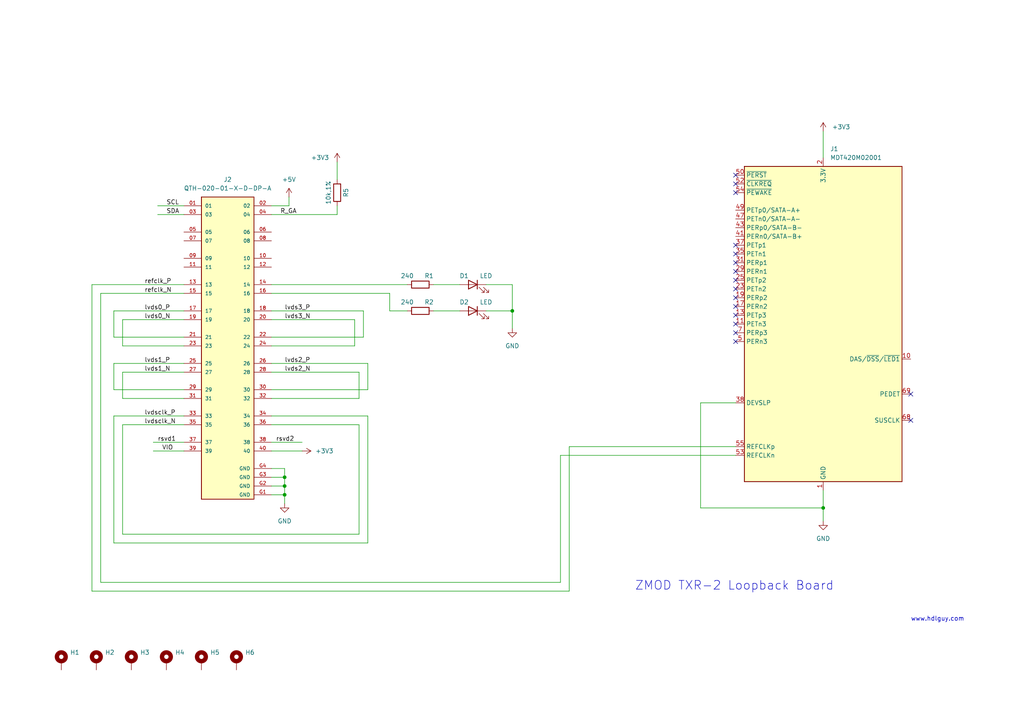
<source format=kicad_sch>
(kicad_sch (version 20211123) (generator eeschema)
  (paper "A4")
  (lib_symbols
    (symbol "Device:LED" (pin_numbers hide) (pin_names (offset 1.016) hide)
      (property "Reference" "D" (at 0 2.54 0))
      (property "Value" "LED" (at 0 -2.54 0))
      (symbol "LED_0_1"
        (polyline (pts (xy -1.27 -1.27) (xy -1.27 1.27)) (stroke (width 0.254)))
        (polyline (pts (xy -1.27 0) (xy 1.27 0)))
        (polyline (pts (xy 1.27 -1.27) (xy 1.27 1.27) (xy -1.27 0) (xy 1.27 -1.27)) (stroke (width 0.254)))
        (polyline (pts (xy -3.048 -0.762) (xy -4.572 -2.286) (xy -3.81 -2.286) (xy -4.572 -2.286) (xy -4.572 -1.524)))
        (polyline (pts (xy -1.778 -0.762) (xy -3.302 -2.286) (xy -2.54 -2.286) (xy -3.302 -2.286) (xy -3.302 -1.524)))
      )
      (symbol "LED_1_1"
        (pin passive line (at -3.81 0 0) (length 2.54) (name "K") (number "1"))
        (pin passive line (at 3.81 0 180) (length 2.54) (name "A") (number "2"))
      )
    )
    (symbol "Device:R" (pin_numbers hide) (pin_names (offset 0))
      (property "Reference" "R" (at 2.032 0 90))
      (property "Value" "R" (at 0 0 90))
      (symbol "R_0_1"
        (rectangle (start -1.016 -2.54) (end 1.016 2.54) (stroke (width 0.254)))
      )
      (symbol "R_1_1"
        (pin passive line (at 0 3.81 270) (length 1.27) (name "~") (number "1"))
        (pin passive line (at 0 -3.81 90) (length 1.27) (name "~") (number "2"))
      )
    )
    (symbol "Mechanical:MountingHole_Pad" (pin_numbers hide) (pin_names (offset 1.016) hide)
      (property "Reference" "H" (at 0 6.35 0))
      (property "Value" "MountingHole_Pad" (at 0 4.445 0))
      (symbol "MountingHole_Pad_0_1"
        (circle (center 0 1.27) (radius 1.27) (stroke (width 1.27)))
      )
      (symbol "MountingHole_Pad_1_1"
        (pin input line (at 0 -2.54 90) (length 2.54) (name "1") (number "1"))
      )
    )
    (symbol "QTH-020-01-X-D-DP-A:QTH-020-01-X-D-DP-A" (pin_names (offset 1.016))
      (property "Reference" "J2" (at 0 45.72 0))
      (property "Value" "QTH-020-01-X-D-DP-A" (at 0 43.18 0))
      (symbol "QTH-020-01-X-D-DP-A_0_0"
        (rectangle (start -7.62 40.64) (end 7.62 -46.99) (stroke (width 0.254)) (fill (type background)))
        (pin passive line (at -12.7 38.1 0) (length 5.08) (name "01") (number "01"))
        (pin passive line (at 12.7 38.1 180) (length 5.08) (name "02") (number "02"))
        (pin passive line (at -12.7 35.56 0) (length 5.08) (name "03") (number "03"))
        (pin passive line (at 12.7 35.56 180) (length 5.08) (name "04") (number "04"))
        (pin passive line (at -12.7 30.48 0) (length 5.08) (name "05") (number "05"))
        (pin passive line (at 12.7 30.48 180) (length 5.08) (name "06") (number "06"))
        (pin passive line (at -12.7 27.94 0) (length 5.08) (name "07") (number "07"))
        (pin passive line (at 12.7 27.94 180) (length 5.08) (name "08") (number "08"))
        (pin passive line (at -12.7 22.86 0) (length 5.08) (name "09") (number "09"))
        (pin passive line (at 12.7 22.86 180) (length 5.08) (name "10") (number "10"))
        (pin passive line (at -12.7 20.32 0) (length 5.08) (name "11") (number "11"))
        (pin passive line (at 12.7 20.32 180) (length 5.08) (name "12") (number "12"))
        (pin passive line (at -12.7 15.24 0) (length 5.08) (name "13") (number "13"))
        (pin passive line (at 12.7 15.24 180) (length 5.08) (name "14") (number "14"))
        (pin passive line (at -12.7 12.7 0) (length 5.08) (name "15") (number "15"))
        (pin passive line (at 12.7 12.7 180) (length 5.08) (name "16") (number "16"))
        (pin passive line (at -12.7 7.62 0) (length 5.08) (name "17") (number "17"))
        (pin passive line (at 12.7 7.62 180) (length 5.08) (name "18") (number "18"))
        (pin passive line (at -12.7 5.08 0) (length 5.08) (name "19") (number "19"))
        (pin passive line (at 12.7 5.08 180) (length 5.08) (name "20") (number "20"))
        (pin passive line (at -12.7 0 0) (length 5.08) (name "21") (number "21"))
        (pin passive line (at 12.7 0 180) (length 5.08) (name "22") (number "22"))
        (pin passive line (at -12.7 -2.54 0) (length 5.08) (name "23") (number "23"))
        (pin passive line (at 12.7 -2.54 180) (length 5.08) (name "24") (number "24"))
        (pin passive line (at -12.7 -7.62 0) (length 5.08) (name "25") (number "25"))
        (pin passive line (at 12.7 -7.62 180) (length 5.08) (name "26") (number "26"))
        (pin passive line (at -12.7 -10.16 0) (length 5.08) (name "27") (number "27"))
        (pin passive line (at 12.7 -10.16 180) (length 5.08) (name "28") (number "28"))
        (pin passive line (at -12.7 -15.24 0) (length 5.08) (name "29") (number "29"))
        (pin passive line (at 12.7 -15.24 180) (length 5.08) (name "30") (number "30"))
        (pin passive line (at -12.7 -17.78 0) (length 5.08) (name "31") (number "31"))
        (pin passive line (at 12.7 -17.78 180) (length 5.08) (name "32") (number "32"))
        (pin passive line (at -12.7 -22.86 0) (length 5.08) (name "33") (number "33"))
        (pin passive line (at 12.7 -22.86 180) (length 5.08) (name "34") (number "34"))
        (pin passive line (at -12.7 -25.4 0) (length 5.08) (name "35") (number "35"))
        (pin passive line (at 12.7 -25.4 180) (length 5.08) (name "36") (number "36"))
        (pin passive line (at -12.7 -30.48 0) (length 5.08) (name "37") (number "37"))
        (pin passive line (at 12.7 -30.48 180) (length 5.08) (name "38") (number "38"))
        (pin passive line (at -12.7 -33.02 0) (length 5.08) (name "39") (number "39"))
        (pin passive line (at 12.7 -33.02 180) (length 5.08) (name "40") (number "40"))
        (pin power_in line (at 12.7 -45.72 180) (length 5.08) (name "GND") (number "G1"))
        (pin power_in line (at 12.7 -43.18 180) (length 5.08) (name "GND") (number "G2"))
        (pin power_in line (at 12.7 -40.64 180) (length 5.08) (name "GND") (number "G3"))
        (pin power_in line (at 12.7 -38.1 180) (length 5.08) (name "GND") (number "G4"))
      )
    )
    (symbol "pedrolib:MDT420M02001"
      (property "Reference" "J" (at -22.86 46.99 0))
      (property "Value" "MDT420M02001" (at 16.51 46.99 0))
      (symbol "MDT420M02001_0_1"
        (rectangle (start -22.86 45.72) (end 22.86 -45.72) (stroke (width 0.254)) (fill (type background)))
      )
      (symbol "MDT420M02001_1_1"
        (pin power_in line (at 0 -48.26 90) (length 2.54) (name "GND") (number "1"))
        (pin bidirectional line (at 25.4 -10.16 180) (length 2.54) (name "DAS/~{DSS}/~{LED1}") (number "10"))
        (pin output line (at -25.4 0 0) (length 2.54) (name "PETn3") (number "11"))
        (pin passive line (at 0 48.26 270) (length 2.54) hide (name "3.3V") (number "12"))
        (pin output line (at -25.4 2.54 0) (length 2.54) (name "PETp3") (number "13"))
        (pin passive line (at 0 48.26 270) (length 2.54) hide (name "3.3V") (number "14"))
        (pin passive line (at 0 -48.26 90) (length 2.54) hide (name "GND") (number "15"))
        (pin passive line (at 0 48.26 270) (length 2.54) hide (name "3.3V") (number "16"))
        (pin input line (at -25.4 5.08 0) (length 2.54) (name "PERn2") (number "17"))
        (pin passive line (at 0 48.26 270) (length 2.54) hide (name "3.3V") (number "18"))
        (pin input line (at -25.4 7.62 0) (length 2.54) (name "PERp2") (number "19"))
        (pin power_in line (at 0 48.26 270) (length 2.54) (name "3.3V") (number "2"))
        (pin no_connect line (at 22.86 2.54 180) (length 2.54) hide (name "NC") (number "20"))
        (pin passive line (at 0 -48.26 90) (length 2.54) hide (name "GND") (number "21"))
        (pin no_connect line (at 22.86 5.08 180) (length 2.54) hide (name "NC") (number "22"))
        (pin output line (at -25.4 10.16 0) (length 2.54) (name "PETn2") (number "23"))
        (pin no_connect line (at 22.86 7.62 180) (length 2.54) hide (name "NC") (number "24"))
        (pin output line (at -25.4 12.7 0) (length 2.54) (name "PETp2") (number "25"))
        (pin no_connect line (at 22.86 10.16 180) (length 2.54) hide (name "NC") (number "26"))
        (pin passive line (at 0 -48.26 90) (length 2.54) hide (name "GND") (number "27"))
        (pin no_connect line (at 22.86 12.7 180) (length 2.54) hide (name "NC") (number "28"))
        (pin input line (at -25.4 15.24 0) (length 2.54) (name "PERn1") (number "29"))
        (pin passive line (at 0 -48.26 90) (length 2.54) hide (name "GND") (number "3"))
        (pin no_connect line (at 22.86 15.24 180) (length 2.54) hide (name "NC") (number "30"))
        (pin input line (at -25.4 17.78 0) (length 2.54) (name "PERp1") (number "31"))
        (pin no_connect line (at 22.86 17.78 180) (length 2.54) hide (name "NC") (number "32"))
        (pin passive line (at 0 -48.26 90) (length 2.54) hide (name "GND") (number "33"))
        (pin no_connect line (at 22.86 20.32 180) (length 2.54) hide (name "NC") (number "34"))
        (pin output line (at -25.4 20.32 0) (length 2.54) (name "PETn1") (number "35"))
        (pin no_connect line (at 22.86 22.86 180) (length 2.54) hide (name "NC") (number "36"))
        (pin output line (at -25.4 22.86 0) (length 2.54) (name "PETp1") (number "37"))
        (pin output line (at -25.4 -22.86 0) (length 2.54) (name "DEVSLP") (number "38"))
        (pin passive line (at 0 -48.26 90) (length 2.54) hide (name "GND") (number "39"))
        (pin passive line (at 0 48.26 270) (length 2.54) hide (name "3.3V") (number "4"))
        (pin no_connect line (at 22.86 25.4 180) (length 2.54) hide (name "NC") (number "40"))
        (pin input line (at -25.4 25.4 0) (length 2.54) (name "PERn0/SATA-B+") (number "41"))
        (pin no_connect line (at 22.86 27.94 180) (length 2.54) hide (name "NC") (number "42"))
        (pin input line (at -25.4 27.94 0) (length 2.54) (name "PERp0/SATA-B-") (number "43"))
        (pin no_connect line (at 22.86 30.48 180) (length 2.54) hide (name "NC") (number "44"))
        (pin passive line (at 0 -48.26 90) (length 2.54) hide (name "GND") (number "45"))
        (pin no_connect line (at 22.86 33.02 180) (length 2.54) hide (name "NC") (number "46"))
        (pin output line (at -25.4 30.48 0) (length 2.54) (name "PETn0/SATA-A-") (number "47"))
        (pin no_connect line (at 22.86 35.56 180) (length 2.54) hide (name "NC") (number "48"))
        (pin output line (at -25.4 33.02 0) (length 2.54) (name "PETp0/SATA-A+") (number "49"))
        (pin input line (at -25.4 -5.08 0) (length 2.54) (name "PERn3") (number "5"))
        (pin output line (at -25.4 43.18 0) (length 2.54) (name "~{PERST}") (number "50"))
        (pin passive line (at 0 -48.26 90) (length 2.54) hide (name "GND") (number "51"))
        (pin bidirectional line (at -25.4 40.64 0) (length 2.54) (name "~{CLKREQ}") (number "52"))
        (pin output line (at -25.4 -38.1 0) (length 2.54) (name "REFCLKn") (number "53"))
        (pin bidirectional line (at -25.4 38.1 0) (length 2.54) (name "~{PEWAKE}") (number "54"))
        (pin output line (at -25.4 -35.56 0) (length 2.54) (name "REFCLKp") (number "55"))
        (pin no_connect line (at 22.86 38.1 180) (length 2.54) hide (name "NC") (number "56"))
        (pin passive line (at 0 -48.26 90) (length 2.54) hide (name "GND") (number "57"))
        (pin no_connect line (at 22.86 40.64 180) (length 2.54) hide (name "NC") (number "58"))
        (pin no_connect line (at 22.86 -2.54 180) (length 2.54) hide (name "NC") (number "6"))
        (pin no_connect line (at 22.86 -5.08 180) (length 2.54) hide (name "NC") (number "67"))
        (pin output line (at 25.4 -27.94 180) (length 2.54) (name "SUSCLK") (number "68"))
        (pin passive line (at 25.4 -20.32 180) (length 2.54) (name "PEDET") (number "69"))
        (pin input line (at -25.4 -2.54 0) (length 2.54) (name "PERp3") (number "7"))
        (pin passive line (at 0 48.26 270) (length 2.54) hide (name "3.3V") (number "70"))
        (pin passive line (at 0 -48.26 90) (length 2.54) hide (name "GND") (number "71"))
        (pin passive line (at 0 48.26 270) (length 2.54) hide (name "3.3V") (number "72"))
        (pin passive line (at 0 -48.26 90) (length 2.54) hide (name "GND") (number "73"))
        (pin passive line (at 0 48.26 270) (length 2.54) hide (name "3.3V") (number "74"))
        (pin passive line (at 0 -48.26 90) (length 2.54) hide (name "GND") (number "75"))
        (pin no_connect line (at 22.86 0 180) (length 2.54) hide (name "NC") (number "8"))
        (pin passive line (at 0 -48.26 90) (length 2.54) hide (name "GND") (number "9"))
      )
    )
    (symbol "power:+3V3" (power) (pin_names (offset 0))
      (property "Value" "+3V3" (at 0 3.556 0))
      (symbol "+3V3_0_1"
        (polyline (pts (xy -0.762 1.27) (xy 0 2.54)))
        (polyline (pts (xy 0 0) (xy 0 2.54)))
        (polyline (pts (xy 0 2.54) (xy 0.762 1.27)))
      )
      (symbol "+3V3_1_1"
        (pin power_in line (at 0 0 90) (length 0) hide (name "+3V3") (number "1"))
      )
    )
    (symbol "power:+5V" (power) (pin_names (offset 0))
      (property "Value" "+5V" (at 0 3.556 0))
      (symbol "+5V_0_1"
        (polyline (pts (xy -0.762 1.27) (xy 0 2.54)))
        (polyline (pts (xy 0 0) (xy 0 2.54)))
        (polyline (pts (xy 0 2.54) (xy 0.762 1.27)))
      )
      (symbol "+5V_1_1"
        (pin power_in line (at 0 0 90) (length 0) hide (name "+5V") (number "1"))
      )
    )
    (symbol "power:GND" (power) (pin_names (offset 0))
      (property "Value" "GND" (at 0 -3.81 0))
      (symbol "GND_0_1"
        (polyline (pts (xy 0 0) (xy 0 -1.27) (xy 1.27 -1.27) (xy 0 -2.54) (xy -1.27 -1.27) (xy 0 -1.27)))
      )
      (symbol "GND_1_1"
        (pin power_in line (at 0 0 270) (length 0) hide (name "GND") (number "1"))
      )
    )
  )
  (junction (at 82.55 140.97))
  (junction (at 238.76 147.32))
  (junction (at 82.55 143.51))
  (junction (at 82.55 138.43))
  (junction (at 148.59 90.17))
  (no_connect (at 213.36 78.74))
  (no_connect (at 213.36 81.28))
  (no_connect (at 213.36 83.82))
  (no_connect (at 213.36 73.66))
  (no_connect (at 213.36 76.2))
  (no_connect (at 213.36 71.12))
  (no_connect (at 213.36 88.9))
  (no_connect (at 213.36 86.36))
  (no_connect (at 213.36 96.52))
  (no_connect (at 213.36 99.06))
  (no_connect (at 213.36 93.98))
  (no_connect (at 213.36 91.44))
  (no_connect (at 213.36 53.34))
  (no_connect (at 213.36 55.88))
  (no_connect (at 213.36 50.8))
  (no_connect (at 264.16 114.3))
  (no_connect (at 264.16 121.92))
  (wire (pts (xy 106.68 113.03) (xy 78.74 113.03)))
  (wire (pts (xy 78.74 107.95) (xy 104.14 107.95)))
  (wire (pts (xy 148.59 90.17) (xy 148.59 82.55)))
  (wire (pts (xy 35.56 115.57) (xy 53.34 115.57)))
  (wire (pts (xy 45.72 59.69) (xy 53.34 59.69)))
  (wire (pts (xy 238.76 38.1) (xy 238.76 45.72)))
  (wire (pts (xy 53.34 107.95) (xy 35.56 107.95)))
  (wire (pts (xy 97.79 59.69) (xy 97.79 62.23)))
  (wire (pts (xy 53.34 92.71) (xy 35.56 92.71)))
  (wire (pts (xy 78.74 138.43) (xy 82.55 138.43)))
  (wire (pts (xy 33.02 105.41) (xy 33.02 113.03)))
  (wire (pts (xy 105.41 90.17) (xy 105.41 97.79)))
  (wire (pts (xy 113.03 85.09) (xy 113.03 90.17)))
  (wire (pts (xy 78.74 130.81) (xy 87.63 130.81)))
  (wire (pts (xy 102.87 100.33) (xy 78.74 100.33)))
  (wire (pts (xy 165.1 129.54) (xy 213.36 129.54)))
  (wire (pts (xy 53.34 105.41) (xy 33.02 105.41)))
  (wire (pts (xy 102.87 92.71) (xy 102.87 100.33)))
  (wire (pts (xy 35.56 154.94) (xy 104.14 154.94)))
  (wire (pts (xy 26.67 171.45) (xy 165.1 171.45)))
  (wire (pts (xy 35.56 92.71) (xy 35.56 100.33)))
  (wire (pts (xy 105.41 97.79) (xy 78.74 97.79)))
  (wire (pts (xy 26.67 82.55) (xy 26.67 171.45)))
  (wire (pts (xy 33.02 120.65) (xy 53.34 120.65)))
  (wire (pts (xy 125.73 90.17) (xy 133.35 90.17)))
  (wire (pts (xy 82.55 140.97) (xy 82.55 138.43)))
  (wire (pts (xy 82.55 135.89) (xy 78.74 135.89)))
  (wire (pts (xy 82.55 143.51) (xy 82.55 140.97)))
  (wire (pts (xy 78.74 140.97) (xy 82.55 140.97)))
  (wire (pts (xy 113.03 90.17) (xy 118.11 90.17)))
  (wire (pts (xy 140.97 90.17) (xy 148.59 90.17)))
  (wire (pts (xy 162.56 168.91) (xy 29.21 168.91)))
  (wire (pts (xy 165.1 171.45) (xy 165.1 129.54)))
  (wire (pts (xy 78.74 128.27) (xy 87.63 128.27)))
  (wire (pts (xy 35.56 107.95) (xy 35.56 115.57)))
  (wire (pts (xy 78.74 82.55) (xy 118.11 82.55)))
  (wire (pts (xy 33.02 97.79) (xy 53.34 97.79)))
  (wire (pts (xy 78.74 143.51) (xy 82.55 143.51)))
  (wire (pts (xy 45.72 62.23) (xy 53.34 62.23)))
  (wire (pts (xy 104.14 154.94) (xy 104.14 123.19)))
  (wire (pts (xy 104.14 115.57) (xy 78.74 115.57)))
  (wire (pts (xy 104.14 107.95) (xy 104.14 115.57)))
  (wire (pts (xy 53.34 123.19) (xy 35.56 123.19)))
  (wire (pts (xy 125.73 82.55) (xy 133.35 82.55)))
  (wire (pts (xy 26.67 82.55) (xy 53.34 82.55)))
  (wire (pts (xy 203.2 116.84) (xy 213.36 116.84)))
  (wire (pts (xy 44.45 128.27) (xy 53.34 128.27)))
  (wire (pts (xy 97.79 46.99) (xy 97.79 52.07)))
  (wire (pts (xy 203.2 147.32) (xy 203.2 116.84)))
  (wire (pts (xy 33.02 157.48) (xy 33.02 120.65)))
  (wire (pts (xy 78.74 90.17) (xy 105.41 90.17)))
  (wire (pts (xy 35.56 100.33) (xy 53.34 100.33)))
  (wire (pts (xy 162.56 132.08) (xy 162.56 168.91)))
  (wire (pts (xy 53.34 90.17) (xy 33.02 90.17)))
  (wire (pts (xy 148.59 82.55) (xy 140.97 82.55)))
  (wire (pts (xy 33.02 90.17) (xy 33.02 97.79)))
  (wire (pts (xy 35.56 123.19) (xy 35.56 154.94)))
  (wire (pts (xy 83.82 59.69) (xy 83.82 57.15)))
  (wire (pts (xy 82.55 138.43) (xy 82.55 135.89)))
  (wire (pts (xy 82.55 146.05) (xy 82.55 143.51)))
  (wire (pts (xy 29.21 85.09) (xy 53.34 85.09)))
  (wire (pts (xy 78.74 120.65) (xy 106.68 120.65)))
  (wire (pts (xy 104.14 123.19) (xy 78.74 123.19)))
  (wire (pts (xy 213.36 132.08) (xy 162.56 132.08)))
  (wire (pts (xy 106.68 105.41) (xy 106.68 113.03)))
  (wire (pts (xy 44.45 130.81) (xy 53.34 130.81)))
  (wire (pts (xy 106.68 120.65) (xy 106.68 157.48)))
  (wire (pts (xy 238.76 142.24) (xy 238.76 147.32)))
  (wire (pts (xy 78.74 92.71) (xy 102.87 92.71)))
  (wire (pts (xy 29.21 85.09) (xy 29.21 168.91)))
  (wire (pts (xy 78.74 85.09) (xy 113.03 85.09)))
  (wire (pts (xy 148.59 95.25) (xy 148.59 90.17)))
  (wire (pts (xy 238.76 147.32) (xy 238.76 151.13)))
  (wire (pts (xy 78.74 105.41) (xy 106.68 105.41)))
  (wire (pts (xy 238.76 147.32) (xy 203.2 147.32)))
  (wire (pts (xy 78.74 62.23) (xy 97.79 62.23)))
  (wire (pts (xy 78.74 59.69) (xy 83.82 59.69)))
  (wire (pts (xy 33.02 113.03) (xy 53.34 113.03)))
  (wire (pts (xy 106.68 157.48) (xy 33.02 157.48)))
  (text "www.hdlguy.com" (at 264.16 180.34 0) (effects (font (size 1.27 1.27)) (justify left bottom)))
  (text "ZMOD TXR-2 Loopback Board" (at 184.15 171.45 0) (effects (font (size 2.54 2.54)) (justify left bottom)))
  (label "SCL" (at 48.26 59.69 0))
  (label "rsvd1" (at 45.72 128.27 0))
  (label "lvds0_N" (at 41.91 92.71 0))
  (label "lvds2_P" (at 82.55 105.41 0))
  (label "lvdsclk_P" (at 41.91 120.65 0))
  (label "lvds1_N" (at 41.91 107.95 0))
  (label "lvds2_N" (at 82.55 107.95 0))
  (label "R_GA" (at 81.28 62.23 0))
  (label "lvds3_P" (at 82.55 90.17 0))
  (label "SDA" (at 48.26 62.23 0))
  (label "lvdsclk_N" (at 41.91 123.19 0))
  (label "lvds3_N" (at 82.55 92.71 0))
  (label "refclk_N" (at 41.91 85.09 0))
  (label "lvds1_P" (at 41.91 105.41 0))
  (label "rsvd2" (at 80.01 128.27 0))
  (label "lvds0_P" (at 41.91 90.17 0))
  (label "VIO" (at 46.99 130.81 0))
  (label "refclk_P" (at 41.91 82.55 0))
  (symbol (lib_id "Device:R") (at 121.92 90.17 270) (unit 1)
    (property "Reference" "R2" (at 124.46 87.63 90))
    (property "Value" "240" (at 118.11 87.63 90))
    (property "Footprint" "Resistor_SMD:R_0603_1608Metric" (effects hide))
  )
  (symbol (lib_id "power:GND") (at 148.59 95.25 0) (unit 1)
    (property "Reference" "#PWR01" (effects hide))
    (property "Value" "GND" (at 148.59 100.33 0))
  )
  (symbol (lib_id "QTH-020-01-X-D-DP-A:QTH-020-01-X-D-DP-A") (at 66.04 97.79 0) (unit 1)
    (property "Reference" "J2" (at 66.04 52.07 0))
    (property "Value" "QTH-020-01-X-D-DP-A" (at 66.04 54.61 0))
    (property "Footprint" "SAMTEC_QTH-020-01-X-D-DP-A" (effects hide))
    (property "MAXIMUM_PACKAGE_HEIGHT" "4.347mm" (effects hide))
    (property "STANDARD" "Manufacturer Recommendations" (effects hide))
    (property "PARTREV" "L" (effects hide))
    (property "MANUFACTURER" "Samtec" (effects hide))
  )
  (symbol (lib_id "Mechanical:MountingHole_Pad") (at 58.42 191.77 0) (unit 1)
    (property "Reference" "H5" (at 60.96 189.2299 0) (effects (justify left)))
    (property "Value" "MountingHole_Pad" (effects hide))
    (property "Footprint" "MountingHole:MountingHole_3.2mm_M3_DIN965_Pad_TopBottom" (effects hide))
  )
  (symbol (lib_id "Mechanical:MountingHole_Pad") (at 17.78 191.77 0) (unit 1)
    (property "Reference" "H1" (at 20.32 189.2299 0) (effects (justify left)))
    (property "Value" "MountingHole_Pad" (effects hide))
    (property "Footprint" "MountingHole:MountingHole_3.2mm_M3_DIN965_Pad_TopBottom" (effects hide))
  )
  (symbol (lib_id "power:+3V3") (at 97.79 46.99 0) (unit 1)
    (property "Reference" "#PWR03" (effects hide))
    (property "Value" "+3V3" (at 90.17 45.72 0) (effects (justify left)))
  )
  (symbol (lib_id "power:+3V3") (at 87.63 130.81 270) (unit 1)
    (property "Reference" "#PWR0102" (effects hide))
    (property "Value" "+3V3" (at 91.44 130.8099 90) (effects (justify left)))
  )
  (symbol (lib_id "Mechanical:MountingHole_Pad") (at 48.26 191.77 0) (unit 1)
    (property "Reference" "H4" (at 50.8 189.2299 0) (effects (justify left)))
    (property "Value" "MountingHole_Pad" (effects hide))
    (property "Footprint" "MountingHole:MountingHole_3.2mm_M3_DIN965_Pad_TopBottom" (effects hide))
  )
  (symbol (lib_id "Device:LED") (at 137.16 82.55 0) (mirror y) (unit 1)
    (property "Reference" "D1" (at 134.62 80.01 0))
    (property "Value" "LED" (at 140.97 80.01 0))
    (property "Footprint" "LED_SMD:LED_0603_1608Metric" (effects hide))
  )
  (symbol (lib_id "pedrolib:MDT420M02001") (at 238.76 93.98 0) (unit 1)
    (property "Reference" "J1" (at 240.7794 43.18 0) (effects (justify left)))
    (property "Value" "MDT420M02001" (at 240.7794 45.72 0) (effects (justify left)))
    (property "Footprint" "1-2199230-5:TE_1-2199230-5" (effects hide))
    (property "Datasheet" "http://read.pudn.com/downloads794/doc/project/3133918/PCIe_M.2_Electromechanical_Spec_Rev1.0_Final_11012013_RS_Clean.pdf#page=155" (effects hide))
  )
  (symbol (lib_id "power:+5V") (at 83.82 57.15 0) (unit 1)
    (property "Reference" "#PWR02" (effects hide))
    (property "Value" "+5V" (at 83.82 52.07 0))
  )
  (symbol (lib_id "power:GND") (at 82.55 146.05 0) (unit 1)
    (property "Reference" "#PWR0101" (effects hide))
    (property "Value" "GND" (at 82.55 151.13 0))
  )
  (symbol (lib_id "Mechanical:MountingHole_Pad") (at 38.1 191.77 0) (unit 1)
    (property "Reference" "H3" (at 40.64 189.2299 0) (effects (justify left)))
    (property "Value" "MountingHole_Pad" (effects hide))
    (property "Footprint" "MountingHole:MountingHole_3.2mm_M3_DIN965_Pad_TopBottom" (effects hide))
  )
  (symbol (lib_id "power:GND") (at 238.76 151.13 0) (unit 1)
    (property "Reference" "#PWR05" (effects hide))
    (property "Value" "GND" (at 238.76 156.21 0))
  )
  (symbol (lib_id "power:+3V3") (at 238.76 38.1 0) (unit 1)
    (property "Reference" "#PWR04" (effects hide))
    (property "Value" "+3V3" (at 241.3 36.8299 0) (effects (justify left)))
  )
  (symbol (lib_id "Mechanical:MountingHole_Pad") (at 68.58 191.77 0) (unit 1)
    (property "Reference" "H6" (at 71.12 189.2299 0) (effects (justify left)))
    (property "Value" "MountingHole_Pad" (effects hide))
    (property "Footprint" "MountingHole:MountingHole_3.2mm_M3_DIN965_Pad_TopBottom" (effects hide))
  )
  (symbol (lib_id "Mechanical:MountingHole_Pad") (at 27.94 191.77 0) (unit 1)
    (property "Reference" "H2" (at 30.48 189.2299 0) (effects (justify left)))
    (property "Value" "MountingHole_Pad" (effects hide))
    (property "Footprint" "MountingHole:MountingHole_3.2mm_M3_DIN965_Pad_TopBottom" (effects hide))
  )
  (symbol (lib_id "Device:LED") (at 137.16 90.17 0) (mirror y) (unit 1)
    (property "Reference" "D2" (at 134.62 87.63 0))
    (property "Value" "LED" (at 140.97 87.63 0))
    (property "Footprint" "LED_SMD:LED_0603_1608Metric" (effects hide))
  )
  (symbol (lib_id "Device:R") (at 97.79 55.88 0) (unit 1)
    (property "Reference" "R5" (at 100.33 55.88 90))
    (property "Value" "10k,1%" (at 95.25 55.88 90))
    (property "Footprint" "Resistor_SMD:R_0603_1608Metric" (effects hide))
  )
  (symbol (lib_id "Device:R") (at 121.92 82.55 270) (unit 1)
    (property "Reference" "R1" (at 124.46 80.01 90))
    (property "Value" "240" (at 118.11 80.01 90))
    (property "Footprint" "Resistor_SMD:R_0603_1608Metric" (effects hide))
  )
)
</source>
